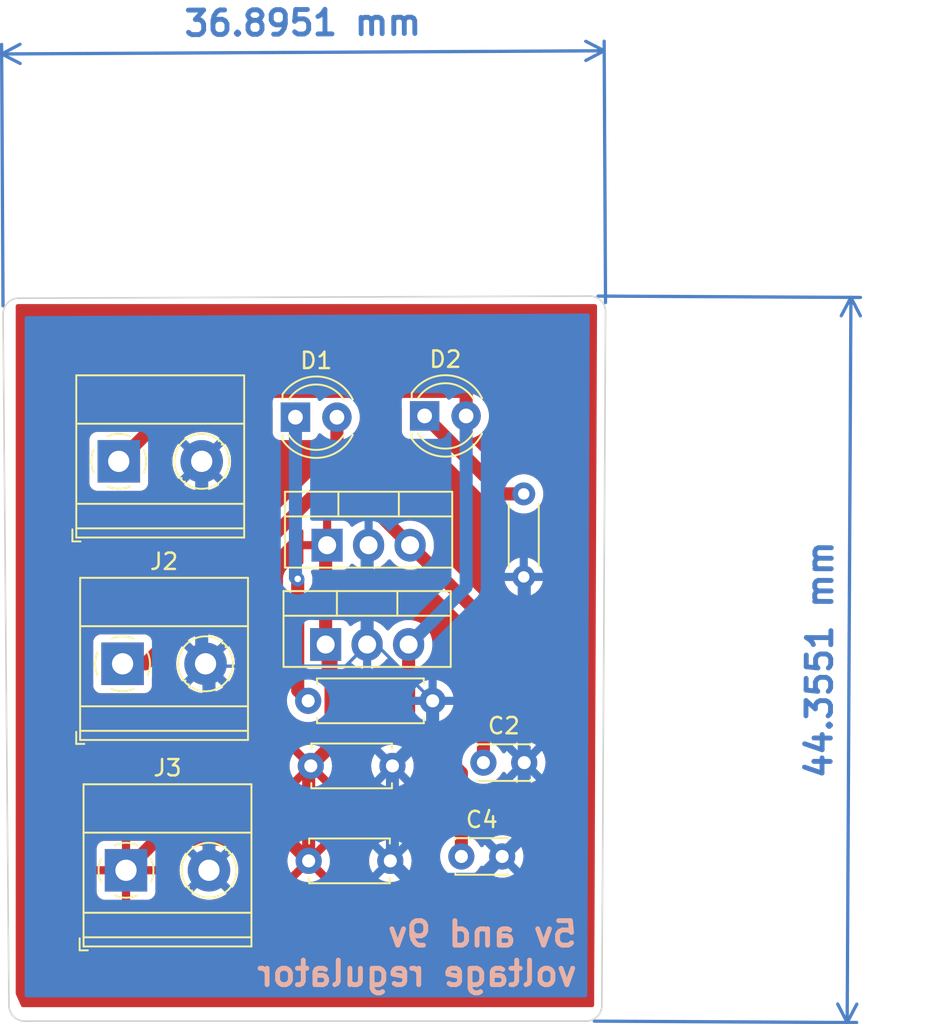
<source format=kicad_pcb>
(kicad_pcb (version 20221018) (generator pcbnew)
  (layers (0 "F.Cu" signal) (31 "B.Cu" signal) (34 "B.Paste" user) (35 "F.Paste" user) (36 "B.SilkS" user "B.Silkscreen") (37 "F.SilkS" user "F.Silkscreen") (38 "B.Mask" user) (39 "F.Mask" user) (44 "Edge.Cuts" user))
  (net 0 "")
  (net 1 "+12V")
  (net 2 "GND")
  (net 3 "9v")
  (net 4 "5v")
  (net 5 "Net-(D1-K)")
  (net 6 "Net-(D2-K)")
  (footprint "Capacitor_THT:C_Disc_D4.7mm_W2.5mm_P5.00mm" (layer "F.Cu") (at 139.06 106.71)
    (fp_text reference "" (at 2.5 -2.5) (layer "F.SilkS"))
    (fp_text value "0.33 uf" hide)
    (fp_line (start 0.03 -1.37) (end 0.03 -1.055) (stroke (width 0.12)) (layer "F.SilkS"))
    (fp_line (start 0.03 -1.37) (end 4.97 -1.37) (stroke (width 0.12)) (layer "F.SilkS"))
    (fp_line (start 0.03 1.055) (end 0.03 1.37) (stroke (width 0.12)) (layer "F.SilkS"))
    (fp_line (start 0.03 1.37) (end 4.97 1.37) (stroke (width 0.12)) (layer "F.SilkS"))
    (fp_line (start 4.97 -1.37) (end 4.97 -1.055) (stroke (width 0.12)) (layer "F.SilkS"))
    (fp_line (start 4.97 1.055) (end 4.97 1.37) (stroke (width 0.12)) (layer "F.SilkS"))
    (pad "1" thru_hole circle (at 0 0) (size 1.6 1.6) (drill 0.8) (layers "*.Cu" "*.Mask") (net 1 "+12V"))
    (pad "2" thru_hole circle (at 5 0) (size 1.6 1.6) (drill 0.8) (layers "*.Cu" "*.Mask") (net 2 "GND"))
  )
  (footprint "Capacitor_THT:C_Disc_D3.0mm_W2.0mm_P2.50mm" (layer "F.Cu") (at 149.76 100.7)
    (fp_text reference "C2" (at 1.25 -2.25) (layer "F.SilkS"))
    (fp_text value "0.1 uf")
    (fp_line (start -0.37 -1.12) (end -0.37 -1.055) (stroke (width 0.12)) (layer "F.SilkS"))
    (fp_line (start -0.37 -1.12) (end 2.87 -1.12) (stroke (width 0.12)) (layer "F.SilkS"))
    (fp_line (start -0.37 1.055) (end -0.37 1.12) (stroke (width 0.12)) (layer "F.SilkS"))
    (fp_line (start -0.37 1.12) (end 2.87 1.12) (stroke (width 0.12)) (layer "F.SilkS"))
    (fp_line (start 2.87 -1.12) (end 2.87 -1.055) (stroke (width 0.12)) (layer "F.SilkS"))
    (fp_line (start 2.87 1.055) (end 2.87 1.12) (stroke (width 0.12)) (layer "F.SilkS"))
    (pad "1" thru_hole circle (at 0 0) (size 1.6 1.6) (drill 0.8) (layers "*.Cu" "*.Mask") (net 3 "9v"))
    (pad "2" thru_hole circle (at 2.5 0) (size 1.6 1.6) (drill 0.8) (layers "*.Cu" "*.Mask") (net 2 "GND"))
  )
  (footprint "Package_TO_SOT_THT:TO-220-3_Vertical" (layer "F.Cu") (at 140.19 87.4)
    (fp_text reference "" (at 2.54 -4.27) (layer "F.SilkS"))
    (fp_text value "")
    (fp_line (start -2.58 -3.27) (end -2.58 1.371) (stroke (width 0.12)) (layer "F.SilkS"))
    (fp_line (start -2.58 -3.27) (end 7.66 -3.27) (stroke (width 0.12)) (layer "F.SilkS"))
    (fp_line (start -2.58 -1.76) (end 7.66 -1.76) (stroke (width 0.12)) (layer "F.SilkS"))
    (fp_line (start -2.58 1.371) (end 7.66 1.371) (stroke (width 0.12)) (layer "F.SilkS"))
    (fp_line (start 0.69 -3.27) (end 0.69 -1.76) (stroke (width 0.12)) (layer "F.SilkS"))
    (fp_line (start 4.391 -3.27) (end 4.391 -1.76) (stroke (width 0.12)) (layer "F.SilkS"))
    (fp_line (start 7.66 -3.27) (end 7.66 1.371) (stroke (width 0.12)) (layer "F.SilkS"))
    (pad "1" thru_hole rect (at 0 0) (size 1.905 2) (drill 1.1) (layers "*.Cu" "*.Mask") (net 1 "+12V"))
    (pad "2" thru_hole oval (at 2.54 0) (size 1.905 2) (drill 1.1) (layers "*.Cu" "*.Mask") (net 2 "GND"))
    (pad "3" thru_hole oval (at 5.08 0) (size 1.905 2) (drill 1.1) (layers "*.Cu" "*.Mask") (net 3 "9v"))
  )
  (footprint "TerminalBlock_Phoenix:TerminalBlock_Phoenix_MKDS-1,5-2-5.08_1x02_P5.08mm_Horizontal" (layer "F.Cu") (at 127.875 107.285)
    (fp_text reference "J3" (at 2.54 -6.26) (layer "F.SilkS"))
    (fp_text value "12v")
    (fp_line (start -2.84 4.16) (end -2.84 4.9) (stroke (width 0.12)) (layer "F.SilkS"))
    (fp_line (start -2.84 4.9) (end -2.34 4.9) (stroke (width 0.12)) (layer "F.SilkS"))
    (fp_line (start -2.6 -5.261) (end -2.6 4.66) (stroke (width 0.12)) (layer "F.SilkS"))
    (fp_line (start -2.6 -5.261) (end 7.68 -5.261) (stroke (width 0.12)) (layer "F.SilkS"))
    (fp_line (start -2.6 -2.301) (end 7.68 -2.301) (stroke (width 0.12)) (layer "F.SilkS"))
    (fp_line (start -2.6 2.6) (end 7.68 2.6) (stroke (width 0.12)) (layer "F.SilkS"))
    (fp_line (start -2.6 4.1) (end 7.68 4.1) (stroke (width 0.12)) (layer "F.SilkS"))
    (fp_line (start -2.6 4.66) (end 7.68 4.66) (stroke (width 0.12)) (layer "F.SilkS"))
    (fp_line (start 3.853 1.023) (end 3.806 1.069) (stroke (width 0.12)) (layer "F.SilkS"))
    (fp_line (start 4.046 1.239) (end 4.011 1.274) (stroke (width 0.12)) (layer "F.SilkS"))
    (fp_line (start 6.15 -1.275) (end 6.115 -1.239) (stroke (width 0.12)) (layer "F.SilkS"))
    (fp_line (start 6.355 -1.069) (end 6.308 -1.023) (stroke (width 0.12)) (layer "F.SilkS"))
    (fp_line (start 7.68 -5.261) (end 7.68 4.66) (stroke (width 0.12)) (layer "F.SilkS"))
    (fp_arc (start -1.535427 0.683042) (mid -1.680501 -0.000524) (end -1.535 -0.684) (stroke (width 0.12)) (layer "F.SilkS"))
    (fp_arc (start -0.683042 -1.535427) (mid 0.000524 -1.680501) (end 0.684 -1.535) (stroke (width 0.12)) (layer "F.SilkS"))
    (fp_arc (start 0.028805 1.680253) (mid -0.335551 1.646659) (end -0.684 1.535) (stroke (width 0.12)) (layer "F.SilkS"))
    (fp_arc (start 0.683318 1.534756) (mid 0.349292 1.643288) (end 0 1.68) (stroke (width 0.12)) (layer "F.SilkS"))
    (fp_arc (start 1.535427 -0.683042) (mid 1.680501 0.000524) (end 1.535 0.684) (stroke (width 0.12)) (layer "F.SilkS"))
    (fp_circle (center 5.08 0) (end 6.76 0) (stroke (width 0.12)) (fill none) (layer "F.SilkS"))
    (pad "1" thru_hole rect (at 0 0) (size 2.6 2.6) (drill 1.3) (layers "*.Cu" "*.Mask") (net 1 "+12V"))
    (pad "2" thru_hole circle (at 5.08 0) (size 2.6 2.6) (drill 1.3) (layers "*.Cu" "*.Mask") (net 2 "GND"))
  )
  (footprint "Resistor_THT:R_Axial_DIN0204_L3.6mm_D1.6mm_P5.08mm_Horizontal" (layer "F.Cu") (at 152.23 84.26 -90)
    (fp_text reference "" (at 2.54 -1.92 90) (layer "F.SilkS"))
    (fp_text value "330 ohm")
    (fp_line (start 0.62 -0.92) (end 4.46 -0.92) (stroke (width 0.12)) (layer "F.SilkS"))
    (fp_line (start 0.62 0.92) (end 4.46 0.92) (stroke (width 0.12)) (layer "F.SilkS"))
    (pad "1" thru_hole circle (at 0 0 270) (size 1.4 1.4) (drill 0.7) (layers "*.Cu" "*.Mask") (net 6 "Net-(D2-K)"))
    (pad "2" thru_hole oval (at 5.08 0 270) (size 1.4 1.4) (drill 0.7) (layers "*.Cu" "*.Mask") (net 2 "GND"))
  )
  (footprint "Capacitor_THT:C_Disc_D3.0mm_W2.0mm_P2.50mm" (layer "F.Cu") (at 148.41 106.44)
    (fp_text reference "C4" (at 1.25 -2.25) (layer "F.SilkS"))
    (fp_text value "0.1uf")
    (fp_line (start -0.37 -1.12) (end -0.37 -1.055) (stroke (width 0.12)) (layer "F.SilkS"))
    (fp_line (start -0.37 -1.12) (end 2.87 -1.12) (stroke (width 0.12)) (layer "F.SilkS"))
    (fp_line (start -0.37 1.055) (end -0.37 1.12) (stroke (width 0.12)) (layer "F.SilkS"))
    (fp_line (start -0.37 1.12) (end 2.87 1.12) (stroke (width 0.12)) (layer "F.SilkS"))
    (fp_line (start 2.87 -1.12) (end 2.87 -1.055) (stroke (width 0.12)) (layer "F.SilkS"))
    (fp_line (start 2.87 1.055) (end 2.87 1.12) (stroke (width 0.12)) (layer "F.SilkS"))
    (pad "1" thru_hole circle (at 0 0) (size 1.6 1.6) (drill 0.8) (layers "*.Cu" "*.Mask") (net 4 "5v"))
    (pad "2" thru_hole circle (at 2.5 0) (size 1.6 1.6) (drill 0.8) (layers "*.Cu" "*.Mask") (net 2 "GND"))
  )
  (footprint "Package_TO_SOT_THT:TO-220-3_Vertical" (layer "F.Cu") (at 140.1 93.475)
    (fp_text reference "" (at 2.54 -4.27) (layer "F.SilkS"))
    (fp_text value "L7805" hide)
    (fp_line (start -2.58 -3.27) (end -2.58 1.371) (stroke (width 0.12)) (layer "F.SilkS"))
    (fp_line (start -2.58 -3.27) (end 7.66 -3.27) (stroke (width 0.12)) (layer "F.SilkS"))
    (fp_line (start -2.58 -1.76) (end 7.66 -1.76) (stroke (width 0.12)) (layer "F.SilkS"))
    (fp_line (start -2.58 1.371) (end 7.66 1.371) (stroke (width 0.12)) (layer "F.SilkS"))
    (fp_line (start 0.69 -3.27) (end 0.69 -1.76) (stroke (width 0.12)) (layer "F.SilkS"))
    (fp_line (start 4.391 -3.27) (end 4.391 -1.76) (stroke (width 0.12)) (layer "F.SilkS"))
    (fp_line (start 7.66 -3.27) (end 7.66 1.371) (stroke (width 0.12)) (layer "F.SilkS"))
    (pad "1" thru_hole rect (at 0 0) (size 1.905 2) (drill 1.1) (layers "*.Cu" "*.Mask") (net 1 "+12V"))
    (pad "2" thru_hole oval (at 2.54 0) (size 1.905 2) (drill 1.1) (layers "*.Cu" "*.Mask") (net 2 "GND"))
    (pad "3" thru_hole oval (at 5.08 0) (size 1.905 2) (drill 1.1) (layers "*.Cu" "*.Mask") (net 4 "5v"))
  )
  (footprint "Resistor_THT:R_Axial_DIN0207_L6.3mm_D2.5mm_P7.62mm_Horizontal" (layer "F.Cu") (at 139.03 96.92)
    (fp_text reference "R1" hide)
    (fp_text value "1k ohm" hide)
    (fp_line (start 0.54 -1.37) (end 7.08 -1.37) (stroke (width 0.12)) (layer "F.SilkS"))
    (fp_line (start 0.54 -1.04) (end 0.54 -1.37) (stroke (width 0.12)) (layer "F.SilkS"))
    (fp_line (start 0.54 1.04) (end 0.54 1.37) (stroke (width 0.12)) (layer "F.SilkS"))
    (fp_line (start 0.54 1.37) (end 7.08 1.37) (stroke (width 0.12)) (layer "F.SilkS"))
    (fp_line (start 7.08 -1.37) (end 7.08 -1.04) (stroke (width 0.12)) (layer "F.SilkS"))
    (fp_line (start 7.08 1.37) (end 7.08 1.04) (stroke (width 0.12)) (layer "F.SilkS"))
    (pad "1" thru_hole circle (at 0 0) (size 1.6 1.6) (drill 0.8) (layers "*.Cu" "*.Mask") (net 5 "Net-(D1-K)"))
    (pad "2" thru_hole oval (at 7.62 0) (size 1.6 1.6) (drill 0.8) (layers "*.Cu" "*.Mask") (net 2 "GND"))
  )
  (footprint "Capacitor_THT:C_Disc_D4.7mm_W2.5mm_P5.00mm" (layer "F.Cu") (at 139.19 100.9)
    (fp_text reference "" (at 2.5 -2.5) (layer "F.SilkS"))
    (fp_text value "0.33uf")
    (fp_line (start 0.03 -1.37) (end 0.03 -1.055) (stroke (width 0.12)) (layer "F.SilkS"))
    (fp_line (start 0.03 -1.37) (end 4.97 -1.37) (stroke (width 0.12)) (layer "F.SilkS"))
    (fp_line (start 0.03 1.055) (end 0.03 1.37) (stroke (width 0.12)) (layer "F.SilkS"))
    (fp_line (start 0.03 1.37) (end 4.97 1.37) (stroke (width 0.12)) (layer "F.SilkS"))
    (fp_line (start 4.97 -1.37) (end 4.97 -1.055) (stroke (width 0.12)) (layer "F.SilkS"))
    (fp_line (start 4.97 1.055) (end 4.97 1.37) (stroke (width 0.12)) (layer "F.SilkS"))
    (pad "1" thru_hole circle (at 0 0) (size 1.6 1.6) (drill 0.8) (layers "*.Cu" "*.Mask") (net 1 "+12V"))
    (pad "2" thru_hole circle (at 5 0) (size 1.6 1.6) (drill 0.8) (layers "*.Cu" "*.Mask") (net 2 "GND"))
  )
  (footprint "TerminalBlock_Phoenix:TerminalBlock_Phoenix_MKDS-1,5-2-5.08_1x02_P5.08mm_Horizontal" (layer "F.Cu") (at 127.43 82.27)
    (fp_text reference "" (at 2.54 -6.26) (layer "F.SilkS"))
    (fp_text value "5v")
    (fp_line (start -2.84 4.16) (end -2.84 4.9) (stroke (width 0.12)) (layer "F.SilkS"))
    (fp_line (start -2.84 4.9) (end -2.34 4.9) (stroke (width 0.12)) (layer "F.SilkS"))
    (fp_line (start -2.6 -5.261) (end -2.6 4.66) (stroke (width 0.12)) (layer "F.SilkS"))
    (fp_line (start -2.6 -5.261) (end 7.68 -5.261) (stroke (width 0.12)) (layer "F.SilkS"))
    (fp_line (start -2.6 -2.301) (end 7.68 -2.301) (stroke (width 0.12)) (layer "F.SilkS"))
    (fp_line (start -2.6 2.6) (end 7.68 2.6) (stroke (width 0.12)) (layer "F.SilkS"))
    (fp_line (start -2.6 4.1) (end 7.68 4.1) (stroke (width 0.12)) (layer "F.SilkS"))
    (fp_line (start -2.6 4.66) (end 7.68 4.66) (stroke (width 0.12)) (layer "F.SilkS"))
    (fp_line (start 3.853 1.023) (end 3.806 1.069) (stroke (width 0.12)) (layer "F.SilkS"))
    (fp_line (start 4.046 1.239) (end 4.011 1.274) (stroke (width 0.12)) (layer "F.SilkS"))
    (fp_line (start 6.15 -1.275) (end 6.115 -1.239) (stroke (width 0.12)) (layer "F.SilkS"))
    (fp_line (start 6.355 -1.069) (end 6.308 -1.023) (stroke (width 0.12)) (layer "F.SilkS"))
    (fp_line (start 7.68 -5.261) (end 7.68 4.66) (stroke (width 0.12)) (layer "F.SilkS"))
    (fp_arc (start -1.535427 0.683042) (mid -1.680501 -0.000524) (end -1.535 -0.684) (stroke (width 0.12)) (layer "F.SilkS"))
    (fp_arc (start -0.683042 -1.535427) (mid 0.000524 -1.680501) (end 0.684 -1.535) (stroke (width 0.12)) (layer "F.SilkS"))
    (fp_arc (start 0.028805 1.680253) (mid -0.335551 1.646659) (end -0.684 1.535) (stroke (width 0.12)) (layer "F.SilkS"))
    (fp_arc (start 0.683318 1.534756) (mid 0.349292 1.643288) (end 0 1.68) (stroke (width 0.12)) (layer "F.SilkS"))
    (fp_arc (start 1.535427 -0.683042) (mid 1.680501 0.000524) (end 1.535 0.684) (stroke (width 0.12)) (layer "F.SilkS"))
    (fp_circle (center 5.08 0) (end 6.76 0) (stroke (width 0.12)) (fill none) (layer "F.SilkS"))
    (pad "1" thru_hole rect (at 0 0) (size 2.6 2.6) (drill 1.3) (layers "*.Cu" "*.Mask") (net 4 "5v"))
    (pad "2" thru_hole circle (at 5.08 0) (size 2.6 2.6) (drill 1.3) (layers "*.Cu" "*.Mask") (net 2 "GND"))
  )
  (footprint "LED_THT:LED_D4.0mm" (layer "F.Cu") (at 146.162 79.492)
    (fp_text reference "D2" (at 1.27 -3.46) (layer "F.SilkS"))
    (fp_text value "LED")
    (fp_line (start -0.79 -1.399) (end -0.79 -1.08) (stroke (width 0.12)) (layer "F.SilkS"))
    (fp_line (start -0.79 1.08) (end -0.79 1.399) (stroke (width 0.12)) (layer "F.SilkS"))
    (fp_arc (start -0.79 -1.398749) (mid 1.453519 -2.483228) (end 3.513242 -1.080724) (stroke (width 0.12)) (layer "F.SilkS"))
    (fp_arc (start -0.41333 -1.08) (mid 1.269429 -2) (end 2.952713 -1.080961) (stroke (width 0.12)) (layer "F.SilkS"))
    (fp_arc (start 2.952713 1.080961) (mid 1.269429 2) (end -0.41333 1.08) (stroke (width 0.12)) (layer "F.SilkS"))
    (fp_arc (start 3.513242 1.080724) (mid 1.453519 2.483228) (end -0.79 1.398749) (stroke (width 0.12)) (layer "F.SilkS"))
    (pad "1" thru_hole rect (at 0 0) (size 1.8 1.8) (drill 0.9) (layers "*.Cu" "*.Mask") (net 6 "Net-(D2-K)"))
    (pad "2" thru_hole circle (at 2.54 0) (size 1.8 1.8) (drill 0.9) (layers "*.Cu" "*.Mask") (net 4 "5v"))
  )
  (footprint "TerminalBlock_Phoenix:TerminalBlock_Phoenix_MKDS-1,5-2-5.08_1x02_P5.08mm_Horizontal" (layer "F.Cu") (at 127.665 94.655)
    (fp_text reference "J2" (at 2.54 -6.26) (layer "F.SilkS"))
    (fp_text value "9v")
    (fp_line (start -2.84 4.16) (end -2.84 4.9) (stroke (width 0.12)) (layer "F.SilkS"))
    (fp_line (start -2.84 4.9) (end -2.34 4.9) (stroke (width 0.12)) (layer "F.SilkS"))
    (fp_line (start -2.6 -5.261) (end -2.6 4.66) (stroke (width 0.12)) (layer "F.SilkS"))
    (fp_line (start -2.6 -5.261) (end 7.68 -5.261) (stroke (width 0.12)) (layer "F.SilkS"))
    (fp_line (start -2.6 -2.301) (end 7.68 -2.301) (stroke (width 0.12)) (layer "F.SilkS"))
    (fp_line (start -2.6 2.6) (end 7.68 2.6) (stroke (width 0.12)) (layer "F.SilkS"))
    (fp_line (start -2.6 4.1) (end 7.68 4.1) (stroke (width 0.12)) (layer "F.SilkS"))
    (fp_line (start -2.6 4.66) (end 7.68 4.66) (stroke (width 0.12)) (layer "F.SilkS"))
    (fp_line (start 3.853 1.023) (end 3.806 1.069) (stroke (width 0.12)) (layer "F.SilkS"))
    (fp_line (start 4.046 1.239) (end 4.011 1.274) (stroke (width 0.12)) (layer "F.SilkS"))
    (fp_line (start 6.15 -1.275) (end 6.115 -1.239) (stroke (width 0.12)) (layer "F.SilkS"))
    (fp_line (start 6.355 -1.069) (end 6.308 -1.023) (stroke (width 0.12)) (layer "F.SilkS"))
    (fp_line (start 7.68 -5.261) (end 7.68 4.66) (stroke (width 0.12)) (layer "F.SilkS"))
    (fp_arc (start -1.535427 0.683042) (mid -1.680501 -0.000524) (end -1.535 -0.684) (stroke (width 0.12)) (layer "F.SilkS"))
    (fp_arc (start -0.683042 -1.535427) (mid 0.000524 -1.680501) (end 0.684 -1.535) (stroke (width 0.12)) (layer "F.SilkS"))
    (fp_arc (start 0.028805 1.680253) (mid -0.335551 1.646659) (end -0.684 1.535) (stroke (width 0.12)) (layer "F.SilkS"))
    (fp_arc (start 0.683318 1.534756) (mid 0.349292 1.643288) (end 0 1.68) (stroke (width 0.12)) (layer "F.SilkS"))
    (fp_arc (start 1.535427 -0.683042) (mid 1.680501 0.000524) (end 1.535 0.684) (stroke (width 0.12)) (layer "F.SilkS"))
    (fp_circle (center 5.08 0) (end 6.76 0) (stroke (width 0.12)) (fill none) (layer "F.SilkS"))
    (pad "1" thru_hole rect (at 0 0) (size 2.6 2.6) (drill 1.3) (layers "*.Cu" "*.Mask") (net 3 "9v"))
    (pad "2" thru_hole circle (at 5.08 0) (size 2.6 2.6) (drill 1.3) (layers "*.Cu" "*.Mask") (net 2 "GND"))
  )
  (footprint "LED_THT:LED_D4.0mm" (layer "F.Cu") (at 138.25 79.57)
    (fp_text reference "D1" (at 1.27 -3.46) (layer "F.SilkS"))
    (fp_text value "LED")
    (fp_line (start -0.79 -1.399) (end -0.79 -1.08) (stroke (width 0.12)) (layer "F.SilkS"))
    (fp_line (start -0.79 1.08) (end -0.79 1.399) (stroke (width 0.12)) (layer "F.SilkS"))
    (fp_arc (start -0.79 -1.398749) (mid 1.453519 -2.483228) (end 3.513242 -1.080724) (stroke (width 0.12)) (layer "F.SilkS"))
    (fp_arc (start -0.41333 -1.08) (mid 1.269429 -2) (end 2.952713 -1.080961) (stroke (width 0.12)) (layer "F.SilkS"))
    (fp_arc (start 2.952713 1.080961) (mid 1.269429 2) (end -0.41333 1.08) (stroke (width 0.12)) (layer "F.SilkS"))
    (fp_arc (start 3.513242 1.080724) (mid 1.453519 2.483228) (end -0.79 1.398749) (stroke (width 0.12)) (layer "F.SilkS"))
    (pad "1" thru_hole rect (at 0 0) (size 1.8 1.8) (drill 0.9) (layers "*.Cu" "*.Mask") (net 5 "Net-(D1-K)"))
    (pad "2" thru_hole circle (at 2.54 0) (size 1.8 1.8) (drill 0.9) (layers "*.Cu" "*.Mask") (net 3 "9v"))
  )
  (gr_arc (start 156.277908 72.157999) (mid 156.937307 72.418765) (end 157.239999 73.06) (stroke (width 0.1)) (layer "Edge.Cuts"))
  (gr_line (start 157.012532 115.547908) (end 157.239999 73.06) (stroke (width 0.1)) (layer "Edge.Cuts"))
  (gr_line (start 121.672092 116.512532) (end 156.047908 116.512532) (stroke (width 0.1)) (layer "Edge.Cuts"))
  (gr_arc (start 121.672092 116.512532) (mid 120.99 116.23) (end 120.707468 115.547908) (stroke (width 0.1)) (layer "Edge.Cuts"))
  (gr_arc (start 157.012532 115.547908) (mid 156.73 116.23) (end 156.047908 116.512532) (stroke (width 0.1)) (layer "Edge.Cuts"))
  (gr_line (start 156.27 72.16) (end 121.31 72.29) (stroke (width 0.1)) (layer "Edge.Cuts"))
  (gr_line (start 120.345376 73.254624) (end 120.707468 115.547908) (stroke (width 0.1)) (layer "Edge.Cuts"))
  (gr_arc (start 120.345376 73.254624) (mid 120.627908 72.572532) (end 121.31 72.29) (stroke (width 0.1)) (layer "Edge.Cuts"))
  (gr_text "5v and 9v\nvoltage regulator\n" (at 155.64 114.48) (layer "B.SilkS") (effects (font (size 1.5 1.5) (thickness 0.3) bold) (justify left bottom mirror)))
  (dimension (type aligned) (layer "B.Cu") (pts (xy 156.277908 72.157999) (xy 156.047908 116.512532)) (height -15.987433) (gr_text "44.3551 mm" (at 170.35015 94.408834 89.70289596) (layer "B.Cu") (effects (font (size 1.5 1.5) (thickness 0.3)))) (format (prefix "") (suffix "") (units 3) (units_format 1) (precision 4)) (style (thickness 0.2) (arrow_length 1.27) (text_position_mode 0) (extension_height 0.58642) (extension_offset 0.5) keep_text_aligned))
  (dimension (type aligned) (layer "B.Cu") (pts (xy 120.345376 73.254624) (xy 157.239999 73.06)) (height -15.905052) (gr_text "36.8951 mm" (at 138.699293 55.452506 0.3022399784) (layer "B.Cu") (effects (font (size 1.5 1.5) (thickness 0.3)))) (format (prefix "") (suffix "") (units 3) (units_format 1) (precision 4)) (style (thickness 0.2) (arrow_length 1.27) (text_position_mode 0) (extension_height 0.58642) (extension_offset 0.5) keep_text_aligned))
  (segment (start 137.735 105.385) (end 139.06 106.71) (width 0.8) (layer "F.Cu") (net 1))
  (segment (start 139.06 101.03) (end 139.19 100.9) (width 0.8) (layer "F.Cu") (net 1))
  (segment (start 139.19 100.9) (end 140.43 99.66) (width 0.8) (layer "F.Cu") (net 1))
  (segment (start 140.43 99.66) (end 140.43 93.805) (width 0.8) (layer "F.Cu") (net 1))
  (segment (start 140.1 87.49) (end 140.19 87.4) (width 0.25) (layer "F.Cu") (net 1))
  (segment (start 129.775 105.385) (end 137.735 105.385) (width 0.8) (layer "F.Cu") (net 1))
  (segment (start 140.155 93.53) (end 140.1 93.475) (width 0.25) (layer "F.Cu") (net 1))
  (segment (start 140.1 93.475) (end 140.1 87.49) (width 0.8) (layer "F.Cu") (net 1))
  (segment (start 140.43 93.805) (end 140.1 93.475) (width 0.8) (layer "F.Cu") (net 1))
  (segment (start 139.06 106.71) (end 139.06 101.03) (width 0.8) (layer "F.Cu") (net 1))
  (segment (start 127.875 107.285) (end 129.775 105.385) (width 0.8) (layer "F.Cu") (net 1))
  (segment (start 143.205 93.475) (end 146.65 96.92) (width 0.2) (layer "B.Cu") (net 2))
  (segment (start 132.745 94.655) (end 132.89 94.8) (width 0.25) (layer "B.Cu") (net 2))
  (segment (start 144.19 100.9) (end 144.19 106.58) (width 0.8) (layer "B.Cu") (net 2))
  (segment (start 142.64 87.49) (end 142.73 87.4) (width 0.25) (layer "B.Cu") (net 2))
  (segment (start 132.51 82.27) (end 132.51 94.42) (width 0.8) (layer "B.Cu") (net 2))
  (segment (start 132.51 94.42) (end 132.745 94.655) (width 0.8) (layer "B.Cu") (net 2))
  (segment (start 142.64 93.475) (end 142.64 87.49) (width 0.8) (layer "B.Cu") (net 2))
  (segment (start 132.745 107.075) (end 132.955 107.285) (width 0.25) (layer "B.Cu") (net 2))
  (segment (start 146.65 98.44) (end 144.19 100.9) (width 0.8) (layer "B.Cu") (net 2))
  (segment (start 152.26 100.7) (end 152.26 105.09) (width 0.8) (layer "B.Cu") (net 2))
  (segment (start 152.26 105.09) (end 150.91 106.44) (width 0.8) (layer "B.Cu") (net 2))
  (segment (start 152.26 89.37) (end 152.23 89.34) (width 0.8) (layer "B.Cu") (net 2))
  (segment (start 142.73 93.385) (end 142.64 93.475) (width 0.25) (layer "B.Cu") (net 2))
  (segment (start 133.045 94.955) (end 132.745 94.655) (width 0.25) (layer "B.Cu") (net 2))
  (segment (start 144.19 106.58) (end 144.06 106.71) (width 0.8) (layer "B.Cu") (net 2))
  (segment (start 152.26 100.7) (end 152.26 89.37) (width 0.8) (layer "B.Cu") (net 2))
  (segment (start 144.06 106.71) (end 145.19 107.84) (width 0.8) (layer "B.Cu") (net 2))
  (segment (start 141.315 94.8) (end 142.64 93.475) (width 0.2) (layer "B.Cu") (net 2))
  (segment (start 142.64 93.475) (end 143.205 93.475) (width 0.25) (layer "B.Cu") (net 2))
  (segment (start 146.65 96.92) (end 146.65 98.44) (width 0.8) (layer "B.Cu") (net 2))
  (segment (start 149.51 107.84) (end 150.91 106.44) (width 0.8) (layer "B.Cu") (net 2))
  (segment (start 132.89 94.8) (end 141.315 94.8) (width 0.2) (layer "B.Cu") (net 2))
  (segment (start 132.955 94.865) (end 132.89 94.8) (width 0.25) (layer "B.Cu") (net 2))
  (segment (start 132.955 107.285) (end 132.955 94.865) (width 0.8) (layer "B.Cu") (net 2))
  (segment (start 145.19 107.84) (end 149.51 107.84) (width 0.8) (layer "B.Cu") (net 2))
  (segment (start 140.79 79.57) (end 140.79 82.92) (width 0.8) (layer "F.Cu") (net 3))
  (segment (start 149.76 91.89) (end 149.76 100.7) (width 0.8) (layer "F.Cu") (net 3))
  (segment (start 129.055 94.655) (end 140.79 82.92) (width 0.8) (layer "F.Cu") (net 3))
  (segment (start 127.665 94.655) (end 129.055 94.655) (width 0.8) (layer "F.Cu") (net 3))
  (segment (start 145.27 87.4) (end 149.76 91.89) (width 0.8) (layer "F.Cu") (net 3))
  (segment (start 140.79 82.92) (end 145.27 87.4) (width 0.8) (layer "F.Cu") (net 3))
  (segment (start 148.474792 77.992) (end 131.708 77.992) (width 0.8) (layer "F.Cu") (net 4))
  (segment (start 145.18 93.475) (end 145.18 98.099899) (width 0.8) (layer "F.Cu") (net 4))
  (segment (start 131.708 77.992) (end 127.43 82.27) (width 0.8) (layer "F.Cu") (net 4))
  (segment (start 148.702 79.492) (end 148.702 78.219208) (width 0.8) (layer "F.Cu") (net 4))
  (segment (start 148.41 101.329899) (end 148.41 106.44) (width 0.8) (layer "F.Cu") (net 4))
  (segment (start 145.18 98.099899) (end 148.41 101.329899) (width 0.8) (layer "F.Cu") (net 4))
  (segment (start 148.702 78.219208) (end 148.474792 77.992) (width 0.8) (layer "F.Cu") (net 4))
  (segment (start 148.702 89.953) (end 148.702 79.492) (width 0.8) (layer "B.Cu") (net 4))
  (segment (start 145.18 93.475) (end 148.702 89.953) (width 0.8) (layer "B.Cu") (net 4))
  (segment (start 138.39 89.46) (end 138.39 96.28) (width 0.8) (layer "F.Cu") (net 5))
  (segment (start 139.03 96.92) (end 138.39 96.28) (width 0.8) (layer "F.Cu") (net 5))
  (via (at 138.39 89.46) (size 0.8) (drill 0.4) (layers "F.Cu" "B.Cu") (net 5))
  (segment (start 138.39 89.46) (end 138.39 89.52) (width 0.8) (layer "B.Cu") (net 5))
  (segment (start 138.25 79.57) (end 138.25 89.38) (width 0.8) (layer "B.Cu") (net 5))
  (segment (start 138.25 89.38) (end 138.33 89.46) (width 0.8) (layer "B.Cu") (net 5))
  (segment (start 138.33 89.46) (end 138.39 89.46) (width 0.8) (layer "B.Cu") (net 5))
  (segment (start 138.39 89.52) (end 138.33 89.46) (width 0.8) (layer "B.Cu") (net 5))
  (segment (start 146.162 79.492) (end 150.93 84.26) (width 0.8) (layer "F.Cu") (net 6))
  (segment (start 150.93 84.26) (end 152.23 84.26) (width 0.8) (layer "F.Cu") (net 6))
  (zone locked (net 1) (net_name "+12V") (layer "F.Cu") (priority 1) (connect_pads (clearance 0.5)) (min_thickness 0.25) (fill yes (thermal_gap 0.5) (thermal_bridge_width 0.5))
    (polygon (pts (xy 121.12 114.85) (xy 121.48 115.66) (xy 156.54 115.66) (xy 156.72 72.65) (xy 121.12 72.65)))
  )
  (zone locked (net 2) (net_name "GND") (layer "B.Cu") (connect_pads (clearance 0.5)) (min_thickness 0.25) (fill yes (thermal_gap 0.5) (thermal_bridge_width 0.5))
    (polygon (pts (xy 121.67 73.39) (xy 156.27 73.23) (xy 156.12 115.06) (xy 121.67 115.06)))
  )
)
</source>
